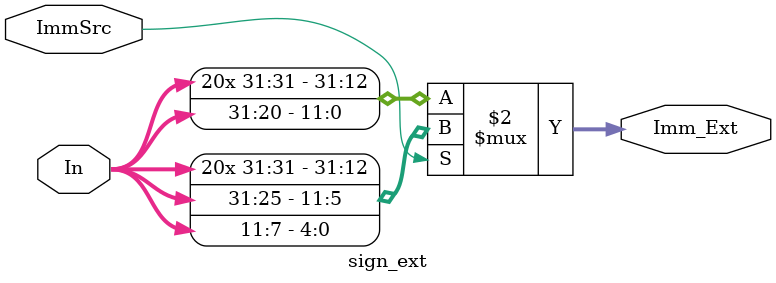
<source format=v>
`timescale 1ns / 1ps


module sign_ext (In, Imm_Ext, ImmSrc);

    input [31:0] In;
    input ImmSrc;
    output [31:0] Imm_Ext;

    assign Imm_Ext = (ImmSrc == 1'b1) ? ({{20{In[31]}},In[31:25],In[11:7]}):   //if ImmSrc = 1, comes from S type
                                        {{20{In[31]}},In[31:20]};   //ImmScr = 0, comes from I type
                                
endmodule

</source>
